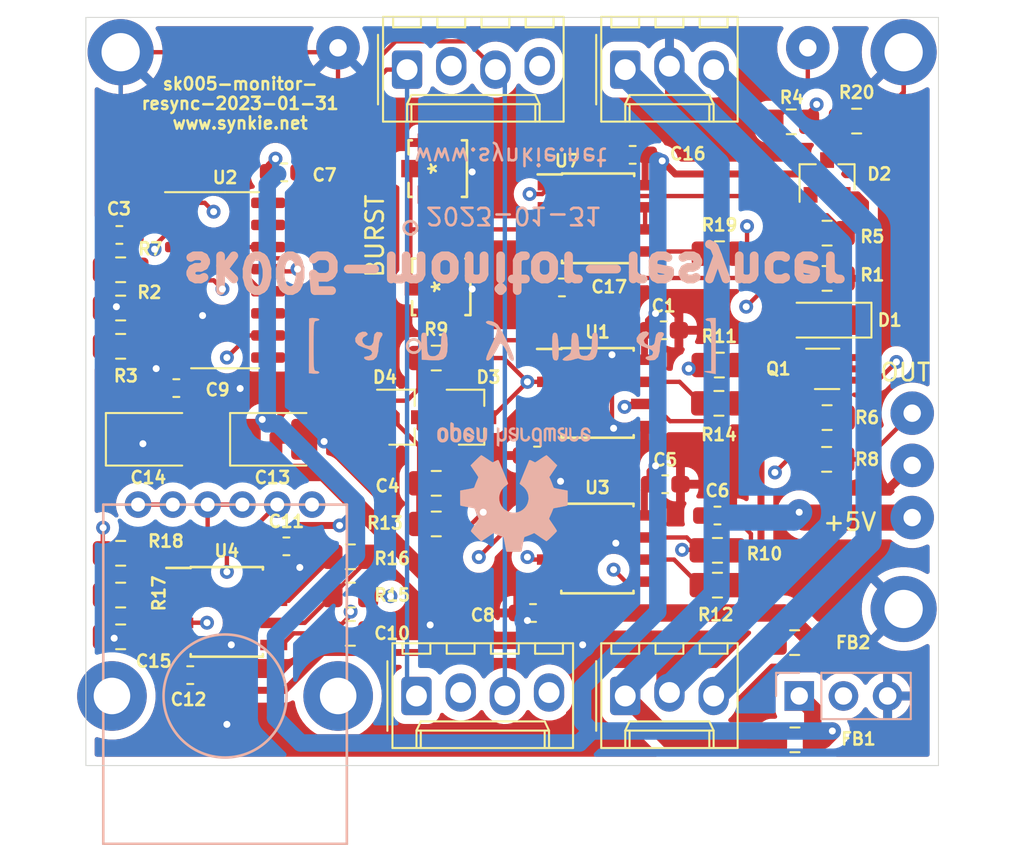
<source format=kicad_pcb>
(kicad_pcb (version 20211014) (generator pcbnew)
  (layers (0 "F.Cu" signal) (1 "In1.Cu" signal) (2 "In2.Cu" signal) (31 "B.Cu" signal) (34 "B.Paste" user) (35 "F.Paste" user) (36 "B.SilkS" user "B.Silkscreen") (37 "F.SilkS" user "F.Silkscreen") (38 "B.Mask" user) (39 "F.Mask" user) (44 "Edge.Cuts" user))
  (net 0 "")
  (net 1 "+5V")
  (net 2 "GND")
  (net 3 "-5V")
  (net 4 "Net-(C3-Pad1)")
  (net 5 "Net-(C4-Pad2)")
  (net 6 "Net-(C4-Pad1)")
  (net 7 "Net-(C6-Pad1)")
  (net 8 "Net-(C10-Pad1)")
  (net 9 "Net-(C15-Pad1)")
  (net 10 "Net-(D1-Pad2)")
  (net 11 "Net-(D2-Pad3)")
  (net 12 "Net-(D3-Pad1)")
  (net 13 "/supply+")
  (net 14 "/supply-")
  (net 15 "Net-(J1-Pad1)")
  (net 16 "Net-(J2-Pad1)")
  (net 17 "hsync")
  (net 18 "porch")
  (net 19 "/local_delayed_burst")
  (net 20 "/pre_delayed_burst")
  (net 21 "Net-(Q1-Pad2)")
  (net 22 "Net-(Q1-Pad4)")
  (net 23 "/synctip")
  (net 24 "Net-(R7-Pad2)")
  (net 25 "Net-(R10-Pad1)")
  (net 26 "Net-(R11-Pad2)")
  (net 27 "Net-(R13-Pad1)")
  (net 28 "Net-(R15-Pad1)")
  (net 29 "Net-(R16-Pad1)")
  (net 30 "Net-(R17-Pad1)")
  (net 31 "/burst_select")
  (net 32 "Net-(U2-Pad12)")
  (net 33 "Net-(U2-Pad14)")
  (net 34 "/clipper_out")
  (net 39 "Net-(R5-Pad2)")
  (net 40 "Net-(R19-Pad1)")
  (net 41 "Net-(J4-Pad1)")
  (footprint "synkie_footprints:C_0603_1608Metric_Pad1.05x0.95mm_HandSolder" (layer "F.Cu") (at 76 92.8)
    (fp_text reference "C12")
    (fp_text value "100n")
  )
  (footprint "synkie_footprints:C_0603_1608Metric_Pad1.05x0.95mm_HandSolder" (layer "F.Cu") (at 71.925 67.504)
    (fp_text reference "C3")
    (fp_text value "120p")
  )
  (footprint "Package_TO_SOT_SMD:SOT-23" (layer "F.Cu") (at 112.6 64.2 90)
    (fp_text reference "D2")
    (fp_text value "BAT54S")
  )
  (footprint "synkie_footprints:SOT-363_SC-70-6_Handsoldering" (layer "F.Cu") (at 112.6 75.2)
    (fp_text reference "Q1")
    (fp_text value "PMBT3906YS")
  )
  (footprint "synkie_footprints:R_0805_2012Metric_Pad1.15x1.40mm_HandSolder" (layer "F.Cu") (at 112.6 70)
    (fp_text reference "R1")
    (fp_text value "120")
  )
  (footprint "synkie_footprints:R_0805_2012Metric_Pad1.15x1.40mm_HandSolder" (layer "F.Cu") (at 112.6 67.4)
    (fp_text reference "R5")
    (fp_text value "75")
  )
  (footprint "synkie_footprints:R_0805_2012Metric_Pad1.15x1.40mm_HandSolder" (layer "F.Cu") (at 112.6 78)
    (fp_text reference "R6")
    (fp_text value "5k6")
  )
  (footprint "synkie_footprints:D_SOT-23_ANK" (layer "F.Cu") (at 88.138 77.978)
    (fp_text reference "D4")
    (fp_text value "BAT54")
  )
  (footprint "synkie_footprints:C_0805_2012Metric_Pad1.15x1.40mm_HandSolder" (layer "F.Cu") (at 90.138 81.778 180)
    (fp_text reference "C4")
    (fp_text value "1n")
  )
  (footprint "synkie_footprints:D_SOT-23_ANK" (layer "F.Cu") (at 92.138 77.978)
    (fp_text reference "D3")
    (fp_text value "BAT54")
  )
  (footprint "synkie_footprints:TE_UMCC_2337019-1" (layer "F.Cu") (at 90.424 70.485 90)
    (fp_text reference "J4" hide)
    (fp_text value "Burst-Thru" hide)
  )
  (footprint "synkie_footprints:TE_UMCC_2337019-1" (layer "F.Cu") (at 90.224 63.689998 90)
    (fp_text reference "J9" hide)
    (fp_text value "Delayed_burst_in" hide)
  )
  (footprint "synkie_footprints:R_0805_2012Metric_Pad1.15x1.40mm_HandSolder" (layer "F.Cu") (at 90.138 74.578)
    (fp_text reference "R9")
    (fp_text value "75")
  )
  (footprint "synkie_footprints:R_0805_2012Metric_Pad1.15x1.40mm_HandSolder" (layer "F.Cu") (at 90.138 84.112 180)
    (fp_text reference "R13")
    (fp_text value "75")
  )
  (footprint "synkie_footprints:C_0603_1608Metric_Pad1.05x0.95mm_HandSolder" (layer "F.Cu") (at 103.208 72.981 180)
    (fp_text reference "C1")
    (fp_text value "100n")
  )
  (footprint "synkie_footprints:C_0603_1608Metric_Pad1.05x0.95mm_HandSolder" (layer "F.Cu") (at 95.933 80.181 180)
    (fp_text reference "C2")
    (fp_text value "100n")
  )
  (footprint "synkie_footprints:C_0603_1608Metric_Pad1.05x0.95mm_HandSolder" (layer "F.Cu") (at 103.299 81.83 180)
    (fp_text reference "C5")
    (fp_text value "100n")
  )
  (footprint "synkie_footprints:C_0603_1608Metric_Pad1.05x0.95mm_HandSolder" (layer "F.Cu") (at 106.299 83.63)
    (fp_text reference "C6")
    (fp_text value "10p")
  )
  (footprint "synkie_footprints:C_0603_1608Metric_Pad1.05x0.95mm_HandSolder" (layer "F.Cu") (at 81.4 63.904 180)
    (fp_text reference "C7")
    (fp_text value "100n")
  )
  (footprint "synkie_footprints:C_0603_1608Metric_Pad1.05x0.95mm_HandSolder" (layer "F.Cu") (at 95.699 89.23 180)
    (fp_text reference "C8")
    (fp_text value "100n")
  )
  (footprint "synkie_footprints:C_0603_1608Metric_Pad1.05x0.95mm_HandSolder" (layer "F.Cu") (at 75.2 76.304 180)
    (fp_text reference "C9")
    (fp_text value "100n")
  )
  (footprint "synkie_footprints:C_0805_2012Metric_Pad1.15x1.40mm_HandSolder" (layer "F.Cu") (at 85.2 90.4)
    (fp_text reference "C10")
    (fp_text value "10p")
  )
  (footprint "synkie_footprints:C_0603_1608Metric_Pad1.05x0.95mm_HandSolder" (layer "F.Cu") (at 81.525 85.4)
    (fp_text reference "C11")
    (fp_text value "100n")
  )
  (footprint "synkie_footprints:CP_EIA-3528-21_Kemet-B_Pad1.50x2.35mm_HandSolder" (layer "F.Cu") (at 80.925 79.248)
    (fp_text reference "C13")
    (fp_text value "10u")
  )
  (footprint "synkie_footprints:CP_EIA-3528-21_Kemet-B_Pad1.50x2.35mm_HandSolder" (layer "F.Cu") (at 73.787 79.248)
    (fp_text reference "C14")
    (fp_text value "10u")
  )
  (footprint "synkie_footprints:C_0805_2012Metric_Pad1.15x1.40mm_HandSolder" (layer "F.Cu") (at 72 90.6 180)
    (fp_text reference "C15")
    (fp_text value "10p")
  )
  (footprint "synkie_footprints:L_0805_2012Metric_Pad1.15x1.40mm_HandSolder" (layer "F.Cu") (at 110.753 96.52)
    (fp_text reference "FB1")
    (fp_text value "330u")
  )
  (footprint "synkie_footprints:L_0805_2012Metric_Pad1.15x1.40mm_HandSolder" (layer "F.Cu") (at 110.735 90.932)
    (fp_text reference "FB2")
    (fp_text value "330u")
  )
  (footprint "MountingHole:MountingHole_2.2mm_M2_DIN965_Pad" (layer "F.Cu") (at 117 57)
    (fp_text reference "H2" hide)
    (fp_text value "MountingHole_Pad")
  )
  (footprint "synkie_footprints:Solderpad_1mm" (layer "F.Cu") (at 112 57)
    (fp_text reference "J1" hide)
    (fp_text value "IN")
  )
  (footprint "synkie_footprints:Solderpad_1mm" (layer "F.Cu") (at 118 78)
    (fp_text reference "J2" hide)
    (fp_text value "OUT")
  )
  (footprint "synkie_footprints:Solderpad_1mm" (layer "F.Cu") (at 85 57)
    (fp_text reference "J5" hide)
    (fp_text value "gnd")
  )
  (footprint "synkie_footprints:Molex_KK-254_AE-6410-03A_1x03_P2.54mm_Vertical" (layer "F.Cu") (at 101 58)
    (fp_text reference "J7" hide)
    (fp_text value "Power")
  )
  (footprint "synkie_footprints:Molex_KK-254_AE-6410-03A_1x03_P2.54mm_Vertical" (layer "F.Cu") (at 101 94)
    (fp_text reference "J11" hide)
    (fp_text value "Power")
  )
  (footprint "synkie_footprints:R_0805_2012Metric_Pad1.15x1.40mm_HandSolder" (layer "F.Cu") (at 72 71.704)
    (fp_text reference "R2")
    (fp_text value "300")
  )
  (footprint "synkie_footprints:R_0805_2012Metric_Pad1.15x1.40mm_HandSolder" (layer "F.Cu") (at 72 73.904)
    (fp_text reference "R3")
    (fp_text value "4k7")
  )
  (footprint "synkie_footprints:R_0805_2012Metric_Pad1.15x1.40mm_HandSolder" (layer "F.Cu") (at 110.543 61 180)
    (fp_text reference "R4")
    (fp_text value "12k")
  )
  (footprint "synkie_footprints:R_0805_2012Metric_Pad1.15x1.40mm_HandSolder" (layer "F.Cu") (at 72 69.504)
    (fp_text reference "R7")
    (fp_text value "120")
  )
  (footprint "synkie_footprints:R_0805_2012Metric_Pad1.15x1.40mm_HandSolder" (layer "F.Cu") (at 112.575 80.4)
    (fp_text reference "R8")
    (fp_text value "75")
  )
  (footprint "synkie_footprints:R_0805_2012Metric_Pad1.15x1.40mm_HandSolder" (layer "F.Cu") (at 106.299 85.63)
    (fp_text reference "R10")
    (fp_text value "220")
  )
  (footprint "synkie_footprints:R_0805_2012Metric_Pad1.15x1.40mm_HandSolder" (layer "F.Cu") (at 106.408 74.981)
    (fp_text reference "R11")
    (fp_text value "330")
  )
  (footprint "synkie_footprints:R_0805_2012Metric_Pad1.15x1.40mm_HandSolder" (layer "F.Cu") (at 106.299 87.63 180)
    (fp_text reference "R12")
    (fp_text value "220")
  )
  (footprint "synkie_footprints:R_0805_2012Metric_Pad1.15x1.40mm_HandSolder" (layer "F.Cu") (at 106.383 77.181)
    (fp_text reference "R14")
    (fp_text value "75")
  )
  (footprint "synkie_footprints:R_0805_2012Metric_Pad1.15x1.40mm_HandSolder" (layer "F.Cu") (at 85.2 88.2)
    (fp_text reference "R15")
    (fp_text value "220")
  )
  (footprint "synkie_footprints:R_0805_2012Metric_Pad1.15x1.40mm_HandSolder" (layer "F.Cu") (at 85.2 86)
    (fp_text reference "R16")
    (fp_text value "220")
  )
  (footprint "synkie_footprints:R_0805_2012Metric_Pad1.15x1.40mm_HandSolder" (layer "F.Cu") (at 72 88.2)
    (fp_text reference "R17")
    (fp_text value "220")
  )
  (footprint "synkie_footprints:R_0805_2012Metric_Pad1.15x1.40mm_HandSolder" (layer "F.Cu") (at 72 85.8)
    (fp_text reference "R18")
    (fp_text value "220")
  )
  (footprint "synkie_footprints:SOIC-8_3.9x4.9mm_P1.27mm" (layer "F.Cu") (at 99.408 76.581)
    (fp_text reference "U1")
    (fp_text value "LMH6643")
  )
  (footprint "Package_SO:SOIC-16_3.9x9.9mm_P1.27mm" (layer "F.Cu") (at 78 70.104)
    (fp_text reference "U2")
    (fp_text value "4053")
  )
  (footprint "synkie_footprints:SOIC-8_3.9x4.9mm_P1.27mm" (layer "F.Cu") (at 99.399 85.525)
    (fp_text reference "U3")
    (fp_text value "LMH6643")
  )
  (footprint "synkie_footprints:SOIC-8_3.9x4.9mm_P1.27mm" (layer "F.Cu") (at 78.1 89.165)
    (fp_text reference "U4")
    (fp_text value "Opamp_Dual_Generic")
  )
  (footprint "synkie_footprints:Molex_KK-254_AE-6410-04A_1x04_P2.54mm_Vertical" (layer "F.Cu") (at 89 94)
    (fp_text reference "J10" hide)
    (fp_text value "SYNC")
  )
  (footprint "synkie_footprints:Molex_KK-254_AE-6410-04A_1x04_P2.54mm_Vertical" (layer "F.Cu") (at 88.46 58)
    (fp_text reference "J6" hide)
    (fp_text value "SYNC")
  )
  (footprint "MountingHole:MountingHole_2.2mm_M2_DIN965_Pad" (layer "F.Cu") (at 72 57)
    (fp_text reference "H1" hide)
    (fp_text value "MountingHole_Pad")
  )
  (footprint "MountingHole:MountingHole_2.2mm_M2_DIN965_Pad" (layer "F.Cu") (at 117 89)
    (fp_text reference "H3" hide)
    (fp_text value "MountingHole_Pad")
  )
  (footprint "synkie_footprints:Solderpad_1mm" (layer "F.Cu") (at 118 84)
    (fp_text reference "J3" hide)
    (fp_text value "5V")
  )
  (footprint "synkie_footprints:Solderpad_1mm" (layer "F.Cu") (at 118 81)
    (fp_text reference "J8" hide)
    (fp_text value "gnd")
  )
  (footprint "Diode_SMD:D_MiniMELF" (layer "F.Cu") (at 112.6 72.4 180)
    (fp_text reference "D1")
    (fp_text value "D")
  )
  (footprint "synkie_footprints:R_0805_2012Metric_Pad1.15x1.40mm_HandSolder" (layer "F.Cu") (at 106.417 68.58)
    (fp_text reference "R19")
    (fp_text value "75")
  )
  (footprint "synkie_footprints:R_0805_2012Metric_Pad1.15x1.40mm_HandSolder" (layer "F.Cu") (at 114.3 60.96)
    (fp_text reference "R20")
    (fp_text value "30k")
  )
  (footprint "synkie_footprints:SOIC-8_3.9x4.9mm_P1.27mm" (layer "F.Cu") (at 99.441 66.548)
    (fp_text reference "U7")
    (fp_text value "LMH6643")
  )
  (footprint "synkie_footprints:C_0603_1608Metric_Pad1.05x0.95mm_HandSolder" (layer "F.Cu") (at 101.425 62.9)
    (fp_text reference "C16")
    (fp_text value "100n")
  )
  (footprint "synkie_footprints:C_0603_1608Metric_Pad1.05x0.95mm_HandSolder" (layer "F.Cu") (at 97.361 70.52)
    (fp_text reference "C17")
    (fp_text value "100n")
  )
  (footprint "synkie_footprints:RK12L123" (layer "B.Cu") (at 78 83)
    (fp_text reference "RV1" hide)
    (fp_text value "R_POT_Dual")
  )
  (footprint "anyma_footprints:logo_anyma" (layer "B.Cu") (at 94.6 73.8)
    (fp_text reference "U5" hide)
    (fp_text value "LOGO" hide)
  )
  (footprint "Symbol:OSHW-Logo2_9.8x8mm_SilkScreen" (layer "B.Cu") (at 94.6 82)
    (fp_text reference "U6" hide)
    (fp_text value "LOGO" hide)
  )
  (footprint "synkie_footprints:PinHeader_1x03_P2.54mm_Vertical" (layer "B.Cu") (at 111 94 -90)
    (fp_text reference "SW1" hide)
    (fp_text value "SW_SPDT")
  )
  (gr_line (start 70 98) (end 70 55) (layer "Edge.Cuts") (width 0.05))
  (gr_line (start 70 55) (end 119 55) (layer "Edge.Cuts") (width 0.05))
  (gr_line (start 119 98) (end 70 98) (layer "Edge.Cuts") (width 0.05))
  (gr_line (start 119 55) (end 119 98) (layer "Edge.Cuts") (width 0.05))
  (gr_text "sk005-monitor-resyncer" (at 94.6 69.6 180) (layer "B.SilkS") (effects (font (size 2 2) (thickness 0.5)) (justify mirror)))
  (gr_text "www.synkie.net" (at 94.4 63 180) (layer "B.SilkS") (effects (font (size 1 1)) (justify mirror)))
  (gr_text "2023-01-31" (at 94.6 66.4 180) (layer "B.SilkS") (effects (font (size 1 1)) (justify mirror)))
  (gr_text "OUT" (at 117.1 75.4) (layer "F.SilkS") (effects (font (size 1 1))))
  (gr_text "+5V" (at 113.9 84) (layer "F.SilkS") (effects (font (size 1 1))))
  (gr_text "BURST" (at 86.614 67.564 90) (layer "F.SilkS") (effects (font (size 1 1))))
  (gr_text "sk005-monitor-\nresync-2023-01-31\nwww.synkie.net" (at 78.867 59.944) (layer "F.SilkS") (effects (font (size 0.7 0.7))))
  (segment (start 81.849 84.201) (end 84.582 84.201) (width 0.4) (layer "F.Cu") (net 1))
  (segment (start 80.475 65.659) (end 80.475 63.954) (width 0.4) (layer "F.Cu") (net 1))
  (segment (start 114.349 65.2) (end 114.808 65.659) (width 0.4) (layer "F.Cu") (net 1))
  (segment (start 102.778 62.9) (end 103.124 63.246) (width 0.4) (layer "F.Cu") (net 1))
  (segment (start 111.778 94.778) (end 111 94) (width 1) (layer "F.Cu") (net 1))
  (segment (start 111.85 64.049511) (end 111.800489 64) (width 0.4) (layer "F.Cu") (net 1))
  (segment (start 79.3 78.942) (end 80.137 78.105) (width 0.25) (layer "F.Cu") (net 1))
  (segment (start 102.108 74.676) (end 102.108 73.206) (width 0.4) (layer "F.Cu") (net 1))
  (segment (start 102.424 81.091) (end 102.743 80.772) (width 0.4) (layer "F.Cu") (net 1))
  (segment (start 111.800489 64) (end 103.878 64) (width 0.4) (layer "F.Cu") (net 1))
  (segment (start 102.3 62.9) (end 102.778 62.9) (width 0.4) (layer "F.Cu") (net 1))
  (segment (start 114.808 65.659) (end 114.808 69.723) (width 0.4) (layer "F.Cu") (net 1))
  (segment (start 80.65 85.4) (end 81.849 84.201) (width 0.4) (layer "F.Cu") (net 1))
  (segment (start 102.333 72.981) (end 102.333 72.419) (width 0.4) (layer "F.Cu") (net 1))
  (segment (start 103.878 64) (end 103.124 63.246) (width 0.4) (layer "F.Cu") (net 1))
  (segment (start 113.55 65.2) (end 112.399511 64.049511) (width 0.4) (layer "F.Cu") (net 1))
  (segment (start 111.778 96.52) (end 112.395 96.52) (width 1) (layer "F.Cu") (net 1))
  (segment (start 102.141 64.643) (end 102.141 63.059) (width 0.4) (layer "F.Cu") (net 1))
  (segment (start 114.531 70) (end 113.625 70) (width 0.4) (layer "F.Cu") (net 1))
  (segment (start 80.525 63.904) (end 80.525 63.493) (width 0.4) (layer "F.Cu") (net 1))
  (segment (start 112.399511 64.049511) (end 111.85 64.049511) (width 0.4) (layer "F.Cu") (net 1))
  (segment (start 102.424 81.83) (end 102.424 81.091) (width 0.4) (layer "F.Cu") (net 1))
  (segment (start 111.778 96.52) (end 111.778 94.778) (width 1) (layer "F.Cu") (net 1))
  (segment (start 102.099 82.155) (end 102.424 81.83) (width 0.4) (layer "F.Cu") (net 1))
  (segment (start 113.55 65.2) (end 114.349 65.2) (width 0.4) (layer "F.Cu") (net 1))
  (segment (start 102.099 83.62) (end 102.099 82.155) (width 0.4) (layer "F.Cu") (net 1))
  (segment (start 80.525 63.493) (end 80.899 63.119) (width 0.4) (layer "F.Cu") (net 1))
  (segment (start 102.333 72.419) (end 102.738701 72.013299) (width 0.4) (layer "F.Cu") (net 1))
  (segment (start 114.808 69.723) (end 114.531 70) (width 0.4) (layer "F.Cu") (net 1))
  (segment (start 112.395 96.52) (end 112.903 96.012) (width 1) (layer "F.Cu") (net 1))
  (segment (start 80.8 87.26) (end 80.8 85.55) (width 0.4) (layer "F.Cu") (net 1))
  (via (at 84.582 84.201) (size 0.8) (drill 0.4) (layers "F.Cu" "B.Cu") (net 1))
  (via (at 80.899 63.119) (size 0.8) (drill 0.4) (layers "F.Cu" "B.Cu") (net 1))
  (via (at 102.738701 72.013299) (size 0.8) (drill 0.4) (layers "F.Cu" "B.Cu") (net 1))
  (via (at 80.137 78.105) (size 0.8) (drill 0.4) (layers "F.Cu" "B.Cu") (net 1))
  (via (at 112.903 96.012) (size 0.8) (drill 0.4) (layers "F.Cu" "B.Cu") (net 1))
  (via (at 102.743 80.772) (size 0.8) (drill 0.4) (layers "F.Cu" "B.Cu") (net 1))
  (via (at 103.124 63.246) (size 0.8) (drill 0.4) (layers "F.Cu" "B.Cu") (net 1))
  (segment (start 80.42589 64.60811) (end 81.026 64.008) (width 1) (layer "B.Cu") (net 1))
  (segment (start 99.06 96.012) (end 98.552 95.504) (width 1) (layer "B.Cu") (net 1))
  (segment (start 80.899 63.119) (end 80.899 63.881) (width 0.4) (layer "B.Cu") (net 1))
  (segment (start 82.348511 96.699511) (end 80.899 95.25) (width 1) (layer "B.Cu") (net 1))
  (segment (start 80.899 95.25) (end 80.899 90.551) (width 1) (layer "B.Cu") (net 1))
  (segment (start 98.552 95.504) (end 98.552 93.472) (width 1) (layer "B.Cu") (net 1))
  (segment (start 102.738701 72.639701) (end 102.738701 72.013299) (width 0.4) (layer "B.Cu") (net 1))
  (segment (start 102.87 72.771) (end 102.738701 72.639701) (width 0.4) (layer "B.Cu") (net 1))
  (segment (start 85.551945 85.898055) (end 85.551945 83.485055) (width 1) (layer "B.Cu") (net 1))
  (segment (start 85.297945 83.485055) (end 85.551945 83.485055) (width 0.4) (layer "B.Cu") (net 1))
  (segment (start 85.551945 83.485055) (end 85.551945 82.884945) (width 1) (layer "B.Cu") (net 1))
  (segment (start 102.743 81.407) (end 102.87 81.534) (width 0.4) (layer "B.Cu") (net 1))
  (segment (start 99.06 96.012) (end 98.372489 96.699511) (width 1) (layer "B.Cu") (net 1))
  (segment (start 85.551945 82.884945) (end 81.026 78.359) (width 1) (layer "B.Cu") (net 1))
  (segment (start 102.87 81.534) (end 102.87 72.771) (width 1) (layer "B.Cu") (net 1))
  (segment (start 102.87 72.771) (end 102.87 63.246) (width 1) (layer "B.Cu") (net 1))
  (segment (start 84.582 84.201) (end 85.297945 83.485055) (width 0.4) (layer "B.Cu") (net 1))
  (segment (start 81.026 78.359) (end 80.42589 78.359) (width 1) (layer "B.Cu") (net 1))
  (segment (start 80.899 90.551) (end 85.551945 85.898055) (width 1) (layer "B.Cu") (net 1))
  (segment (start 112.903 96.012) (end 99.06 96.012) (width 1) (layer "B.Cu") (net 1))
  (segment (start 80.42589 78.359) (end 80.42589 64.60811) (width 1) (layer "B.Cu") (net 1))
  (segment (start 103.124 63.246) (end 102.87 63.246) (width 0.4) (layer "B.Cu") (net 1))
  (segment (start 98.372489 96.699511) (end 82.348511 96.699511) (width 1) (layer "B.Cu") (net 1))
  (segment (start 80.137 78.105) (end 80.17189 78.105) (width 0.25) (layer "B.Cu") (net 1))
  (segment (start 98.552 93.472) (end 102.87 89.154) (width 1) (layer "B.Cu") (net 1))
  (segment (start 80.899 63.881) (end 81.026 64.008) (width 0.4) (layer "B.Cu") (net 1))
  (segment (start 102.743 80.772) (end 102.743 81.407) (width 0.4) (layer "B.Cu") (net 1))
  (segment (start 80.17189 78.105) (end 80.42589 78.359) (width 0.25) (layer "B.Cu") (net 1))
  (segment (start 102.87 89.154) (end 102.87 81.534) (width 1) (layer "B.Cu") (net 1))
  (segment (start 115.325 60.96) (end 117 59.285) (width 0.25) (layer "F.Cu") (net 2))
  (segment (start 100.33 85.09) (end 100.457 85.217) (width 0.25) (layer "F.Cu") (net 2))
  (segment (start 104.083 72.981) (end 104.083 72.333) (width 0.25) (layer "F.Cu") (net 2))
  (segment (start 103.54 91.2) (end 103.526 91.186) (width 1.5) (layer "F.Cu") (net 2))
  (segment (start 90.374601 70.181601) (end 90.374601 68.987499) (width 0.25) (layer "F.Cu") (net 2))
  (segment (start 92.202 70.612) (end 90.805 70.612) (width 0.25) (layer "F.Cu") (net 2))
  (segment (start 72 66.704) (end 72 57) (width 0.25) (layer "F.Cu") (net 2))
  (segment (start 107.174 83.63) (end 108.22352 84.67952) (width 0.25) (layer "F.Cu") (net 2))
  (segment (start 71.55 90.6) (end 71.628 90.678) (width 0.25) (layer "F.Cu") (net 2))
  (segment (start 98.552 94.165507) (end 98.552 91.059) (width 0.25) (layer "F.Cu") (net 2))
  (segment (start 90.174601 63.758601) (end 92.079601 63.758601) (width 0.25) (layer "F.Cu") (net 2))
  (segment (start 95.377 89.662) (end 95.256 89.662) (width 0.25) (layer "F.Cu") (net 2))
  (segment (start 78.798511 96.324511) (end 97.721511 96.324511) (width 0.25) (layer "F.Cu") (net 2))
  (segment (start 82.275 63.904) (end 84.492 61.687) (width 0.25) (layer "F.Cu") (net 2))
  (segment (start 82.55 79.248) (end 83.566 79.248) (width 0.25) (layer "F.Cu") (net 2))
  (segment (start 70.975 71.704) (end 71.679 71.704) (width 0.25) (layer "F.Cu") (net 2))
  (segment (start 102.27 70.52) (end 100.238 70.52) (width 0.25) (layer "F.Cu") (net 2))
  (segment (start 76.875 92.543) (end 78.359 91.059) (width 0.25) (layer "F.Cu") (net 2))
  (segment (start 104.083 72.333) (end 102.27 70.52) (width 0.25) (layer "F.Cu") (net 2))
  (segment (start 96.538 81.661) (end 97.282 81.661) (width 0.25) (layer "F.Cu") (net 2))
  (segment (start 90.805 70.612) (end 90.374601 70.181601) (width 0.25) (layer "F.Cu") (net 2))
  (segment (start 83.566 79.248) (end 83.693 79.375) (width 0.25) (layer "F.Cu") (net 2))
  (segment (start 80.899 76.327) (end 78.867 76.327) (width 0.25) (layer "F.Cu") (net 2))
  (segment (start 100.4 78.486) (end 102.108 78.486) (width 0.25) (layer "F.Cu") (net 2))
  (segment (start 75.525 74.549) (end 75.525 75.104) (width 0.25) (layer "F.Cu") (net 2))
  (segment (start 103.54 93.8) (end 103.54 91.2) (width 1.5) (layer "F.Cu") (net 2))
  (segment (start 70.975 90.6) (end 71.55 90.6) (width 0.25) (layer "F.Cu") (net 2))
  (segment (start 82.55 79.248) (end 82.55 77.978) (width 0.25) (layer "F.Cu") (net 2))
  (segment (start 82.4 85.4) (end 82.4 86.51) (width 0.25) (layer "F.Cu") (net 2))
  (segment (start 98.679 91.186) (end 98.552 91.059) (width 1.5) (layer "F.Cu") (net 2))
  (segment (start 74.676 74.549) (end 74.041 75.184) (width 0.25) (layer "F.Cu") (net 2))
  (segment (start 100.238 70.52) (end 98.236 70.52) (width 0.25) (layer "F.Cu") (net 2))
  (segment (start 82.4 86.51) (end 82.296 86.614) (width 0.25) (layer "F.Cu") (net 2))
  (segment (start 95.058 78.391) (end 95.058 80.181) (width 0.25) (layer "F.Cu") (net 2))
  (segment (start 90.174601 62.192497) (end 90.174601 63.758601) (width 0.25) (layer "F.Cu") (net 2))
  (segment (start 73.025 79.248) (end 73.279 79.502) (width 0.25) (layer "F.Cu") (net 2))
  (segment (start 90.374601 71.982501) (end 90.374601 68.987499) (width 0.25) (layer "F.Cu") (net 2))
  (segment (start 117 59.285) (end 117 57) (width 0.25) (layer "F.Cu") (net 2))
  (segment (start 115.687 72.4) (end 117 71.087) (width 0.25) (layer "F.Cu") (net 2))
  (segment (start 95.058 80.181) (end 96.538 81.661) (width 0.25) (layer "F.Cu") (net 2))
  (segment (start 76.708 72.136) (end 75.652 72.136) (width 0.25) (layer "F.Cu") (net 2))
  (segment (start 75.525 75.104) (end 74.325 76.304) (width 0.25) (layer "F.Cu") (net 2))
  (segment (start 72.162 79.248) (end 74.325 77.085) (width 0.25) (layer "F.Cu") (net 2))
  (segment (start 100.238 70.52) (end 100.238 74.387) (width 0.25) (layer "F.Cu") (net 2))
  (segment (start 71.679 71.704) (end 71.755 71.628) (width 0.25) (layer "F.Cu") (net 2))
  (segment (start 114.35 72.4) (end 115.687 72.4) (width 0.25) (layer "F.Cu") (net 2))
  (segment (start 95.256 89.662) (end 94.824 89.23) (width 0.25) (layer "F.Cu") (net 2))
  (segment (start 102.108 78.486) (end 104.174 80.552) (width 0.25) (layer "F.Cu") (net 2))
  (segment (start 96.233 77.216) (end 95.058 78.391) (width 0.25) (layer "F.Cu") (net 2))
  (segment (start 104.174 80.552) (end 104.174 81.83) (width 0.25) (layer "F.Cu") (net 2))
  (segment (start 72 57) (end 84.238 57) (width 0.25) (layer "F.Cu") (net 2))
  (segment (start 100.33 78.613) (end 101.981 78.613) (width 0.25) (layer "F.Cu") (net 2))
  (segment (start 108.22352 84.67952) (end 108.22352 86.73048) (width 0.25) (layer "F.Cu") (net 2))
  (segment (start 72.8 67.504) (end 72 66.704) (width 0.25) (layer "F.Cu") (net 2))
  (segment (start 100.33 78.613) (end 100.33 85.09) (width 0.25) (layer "F.Cu") (net 2))
  (segment (start 89.305 90.4) (end 89.789 89.916) (width 0.25) (layer "F.Cu") (net 2))
  (segment (start 78.105 95.631) (end 78.798511 96.324511) (width 0.25) (layer "F.Cu") (net 2))
  (segment (start 97.721511 94.995996) (end 98.552 94.165507) (width 0.25) (layer "F.Cu") (net 2))
  (segment (start 72.162 79.248) (end 73.025 79.248) (width 0.25) (layer "F.Cu") (net 2))
  (segment (start 86.225 90.4) (end 89.305 90.4) (width 0.25) (layer "F.Cu") (net 2))
  (segment (start 82.55 77.978) (end 80.899 76.327) (width 0.25) (layer "F.Cu") (net 2))
  (segment (start 92.079601 63.758601) (end 92.202 63.881) (width 0.25) (layer "F.Cu") (net 2))
  (segment (start 100.238 74.387) (end 100.238 78.324) (width 0.25) (layer "F.Cu") (net 2))
  (segment (start 108.22352 86.73048) (end 107.324 87.63) (width 0.25) (layer "F.Cu") (net 2))
  (segment (start 103.526 91.186) (end 98.679 91.186) (width 1.5) (layer "F.Cu") (net 2))
  (segment (start 105.374 81.83) (end 107.174 83.63) (width 0.25) (layer "F.Cu") (net 2))
  (segment (start 97.721511 96.324511) (end 97.721511 94.995996) (width 0.25) (layer "F.Cu") (net 2))
  (segment (start 100.238 78.324) (end 100.4 78.486) (width 0.25) (layer "F.Cu") (net 2))
  (segment (start 84.492 61.687) (end 84.492 56.746) (width 0.25) (layer "F.Cu") (net 2))
  (segment (start 74.325 77.085) (end 74.325 76.304) (width 0.25) (layer "F.Cu") (net 2))
  (segment (start 104.174 81.83) (end 105.374 81.83) (width 0.25) (layer "F.Cu") (net 2))
  (segment (start 90.174601 63.758601) (end 90.174601 65.187499) (width 0.25) (layer "F.Cu") (net 2))
  (segment (start 117 71.087) (end 117 57) (width 0.25) (layer "F.Cu") (net 2))
  (via (at 83.693 79.375) (size 0.8) (drill 0.4) (layers "F.Cu" "B.Cu") (net 2))
  (via (at 74.041 75.184) (size 0.8) (drill 0.4) (layers "F.Cu" "B.Cu") (net 2))
  (via (at 78.359 91.059) (size 0.8) (drill 0.4) (layers "F.Cu" "B.Cu") (net 2))
  (via (at 95.377 89.662) (size 0.8) (drill 0.4) (layers "F.Cu" "B.Cu") (net 2))
  (via (at 92.202 70.612) (size 0.8) (drill 0.4) (layers "F.Cu" "B.Cu") (net 2))
  (via (at 100.238 74.387) (size 0.8) (drill 0.4) (layers "F.Cu" "B.Cu") (net 2))
  (via (at 76.708 72.136) (size 0.8) (drill 0.4) (layers "F.Cu" "B.Cu") (net 2))
  (via (at 100.33 78.613) (size 0.8) (drill 0.4) (layers "F.Cu" "B.Cu") (net 2))
  (via (at 97.282 81.661) (size 0.8) (drill 0.4) (layers "F.Cu" "B.Cu") (net 2))
  (via (at 89.789 89.916) (size 0.8) (drill 0.4) (layers "F.Cu" "B.Cu") (net 2))
  (via (at 71.628 90.678) (size 0.8) (drill 0.4) (layers "F.Cu" "B.Cu") (net 2))
  (via (at 82.296 86.614) (size 0.8) (drill 0.4) (layers "F.Cu" "B.Cu") (net 2))
  (via (at 71.755 71.628) (size 0.8) (drill 0.4) (layers "F.Cu" "B.Cu") (net 2))
  (via (at 98.552 91.059) (size 0.8) (drill 0.4) (layers "F.Cu" "B.Cu") (net 2))
  (via (at 78.105 95.631) (size 0.8) (drill 0.4) (layers "F.Cu" "B.Cu") (net 2))
  (via (at 73.279 79.502) (size 0.8) (drill 0.4) (layers "F.Cu" "B.Cu") (net 2))
  (via (at 100.457 85.217) (size 0.8) (drill 0.4) (layers "F.Cu" "B.Cu") (net 2))
  (via (at 78.867 76.327) (size 0.8) (drill 0.4) (layers "F.Cu" "B.Cu") (net 2))
  (via (at 92.202 63.881) (size 0.8) (drill 0.4) (layers "F.Cu" "B.Cu") (net 2))
  (segment (start 78.359 95.377) (end 78.105 95.631) (width 0.25) (layer "B.Cu") (net 2))
  (segment (start 103.54 58.337528) (end 113.285007 68.082535) (width 1.5) (layer "B.Cu") (net 2))
  (segment (start 91.821 70.612) (end 92.202 70.612) (width 0.25) (layer "B.Cu") (net 2))
  (segment (start 74.041 78.74) (end 74.041 75.184) (width 0.25) (layer "B.Cu") (net 2))
  (segment (start 73.279 79.502) (end 74.041 78.74) (width 0.25) (layer "B.Cu") (net 2))
  (segment (start 96.012 89.662) (end 95.377 89.662) (width 0.25) (layer "B.Cu") (net 2))
  (segment (start 78.359 91.059) (end 78.359 95.377) (width 0.25) (layer "B.Cu") (net 2))
  (segment (start 78.867 76.327) (end 75.184 76.327) (width 0.25) (layer "B.Cu") (net 2))
  (segment (start 100.457 85.217) (end 96.012 89.662) (width 0.25) (layer "B.Cu") (net 2))
  (segment (start 103.54 57.8) (end 103.54 58.337528) (width 1.5) (layer "B.Cu") (net 2))
  (segment (start 76.2 71.628) (end 76.708 72.136) (width 0.25) (layer "B.Cu") (net 2))
  (segment (start 113.285007 83.824993) (end 103.54 93.57) (width 1.5) (layer "B.Cu") (net 2))
  (segment (start 92.202 63.881) (end 92.202 70.612) (width 0.25) (layer "B.Cu") (net 2))
  (segment (start 71.755 71.628) (end 73.914 71.628) (width 0.25) (layer "B.Cu") (net 2))
  (segment (start 73.914 71.628) (end 76.2 71.628) (width 0.25) (layer "B.Cu") (net 2))
  (segment (start 97.282 81.661) (end 100.33 78.613) (width 0.25) (layer "B.Cu") (net 2))
  (segment (start 82.296 86.614) (end 78.105 90.805) (width 0.25) (layer "B.Cu") (net 2))
  (segment (start 75.184 76.327) (end 74.041 75.184) (width 0.25) (layer "B.Cu") (net 2))
  (segment (start 77.978 90.678) (end 78.359 91.059) (width 0.25) (layer "B.Cu") (net 2))
  (segment (start 72 71.383) (end 72 57) (width 0.25) (layer "B.Cu") (net 2))
  (segment (start 90.805 71.628) (end 91.821 70.612) (width 0.25) (layer "B.Cu") (net 2))
  (segment (start 71.628 90.678) (end 77.978 90.678) (width 0.25) (layer "B.Cu") (net 2))
  (segment (start 71.755 71.628) (end 72 71.383) (width 0.25) (layer "B.Cu") (net 2))
  (segment (start 74.041 71.755) (end 73.914 71.628) (width 0.25) (layer "B.Cu") (net 2))
  (segment (start 74.041 75.184) (end 74.041 71.755) (width 0.25) (layer "B.Cu") (net 2))
  (segment (start 98.552 91.059) (end 96.774 91.059) (width 1.5) (layer "B.Cu") (net 2))
  (segment (start 113.285007 68.082535) (end 113.285007 83.824993) (width 1.5) (layer "B.Cu") (net 2))
  (segment (start 78.105 90.805) (end 78.105 95.631) (width 0.25) (layer "B.Cu") (net 2))
  (segment (start 90.805 88.9) (end 90.805 71.628) (width 0.25) (layer "B.Cu") (net 2))
  (segment (start 96.774 91.059) (end 95.377 89.662) (width 1.5) (layer "B.Cu") (net 2))
  (segment (start 89.789 89.916) (end 90.805 88.9) (width 0.25) (layer "B.Cu") (net 2))
  (segment (start 108.801499 80.047501) (end 108.801499 88.481499) (width 0.4) (layer "F.Cu") (net 3))
  (segment (start 110.849 78) (end 108.801499 80.047501) (width 0.4) (layer "F.Cu") (net 3))
  (segment (start 96.741 68.453) (end 96.741 70.265) (width 0.4) (layer "F.Cu") (net 3))
  (segment (start 110.125824 89.23) (end 109.55 89.23) (width 1) (layer "F.Cu") (net 3))
  (segment (start 96.708 78.486) (end 96.708 80.081) (width 0.4) (layer "F.Cu") (net 3))
  (segment (start 75.99952 93.67452) (end 81.432058 93.67452) (width 0.4) (layer "F.Cu") (net 3))
  (segment (start 76.007138 73.279) (end 76.89952 74.171382) (width 0.4) (layer "F.Cu") (net 3))
  (segment (start 83.607058 91.49952) (end 92.65048 91.49952) (width 0.4) (layer "F.Cu") (net 3))
  (segment (start 100.401489 65.267511) (end 97.216 68.453) (width 0.25) (layer "F.Cu") (net 3))
  (segment (start 75.4 92.525) (end 75.125 92.8) (width 0.4) (layer "F.Cu") (net 3))
  (segment (start 111.582489 65.267511) (end 100.401489 65.267511) (width 0.25) (layer "F.Cu") (net 3))
  (segment (start 98.755 89.23) (end 98.755 80.061) (width 1) (layer "F.Cu") (net 3))
  (segment (start 93.345 90.805) (end 83.693 81.153) (width 1) (layer "F.Cu") (net 3))
  (segment (start 76.075 78.585) (end 76.075 76.304) (width 1) (layer "F.Cu") (net 3))
  (segment (start 76.89952 74.171382) (end 76.89952 75.47948) (width 0.4) (layer "F.Cu") (net 3))
  (segment (start 75.412 79.248) (end 76.075 78.585) (width 1) (layer "F.Cu") (net 3))
  (segment (start 83.693 81.153) (end 75.565 81.153) (width 1) (layer "F.Cu") (net 3))
  (segment (start 92.65048 91.49952) (end 93.345 90.805) (width 0.4) (layer "F.Cu") (net 3))
  (segment (start 96.808 80.181) (end 98.635 80.181) (width 0.4) (layer "F.Cu") (net 3))
  (segment (start 98.755 89.23) (end 96.574 89.23) (width 1) (layer "F.Cu") (net 3))
  (segment (start 111.575 78) (end 110.849 78) (width 0.4) (layer "F.Cu") (net 3))
  (segment (start 73.65 73.279) (end 73.025 73.904) (width 0.4) (layer "F.Cu") (net 3))
  (segment (start 111.27 75.85) (end 111.27 77.695) (width 0.4) (layer "F.Cu") (net 3))
  (segment (start 96.699 87.43) (end 96.699 89.105) (width 0.4) (layer "F.Cu") (net 3))
  (segment (start 75.565 81.153) (end 75.412 81) (width 1) (layer "F.Cu") (net 3))
  (segment (start 98.755 80.061) (end 98.74349 80.04949) (width 1) (layer "F.Cu") (net 3))
  (segment (start 75.4 91.07) (end 75.4 92.525) (width 0.4) (layer "F.Cu") (net 3))
  (segment (start 98.74349 73.47049) (end 96.486 71.213) (width 1) (layer "F.Cu") (net 3))
  (segment (start 96.486 71.213) (end 96.486 70.52) (width 1) (layer "F.Cu") (net 3))
  (segment (start 111.76 90.864176) (end 110.125824 89.23) (width 1) (layer "F.Cu") (net 3))
  (segment (start 98.74349 80.04949) (end 98.74349 73.47049) (width 1) (layer "F.Cu") (net 3))
  (segment (start 109.55 89.23) (end 98.755 89.23) (width 1) (layer "F.Cu") (net 3))
  (segment (start 96.574 89.23) (end 96.574 90.624) (width 1) (layer "F.Cu") (net 3))
  (segment (start 75.125 92.8) (end 75.99952 93.67452) (width 0.4) (layer "F.Cu") (net 3))
  (segment (start 76.89952 75.47948) (end 76.075 76.304) (width 0.4) (layer "F.Cu") (net 3))
  (segment (start 81.432058 93.67452) (end 83.607058 91.49952) (width 0.4) (layer "F.Cu") (net 3))
  (segment (start 108.801499 88.481499) (end 109.55 89.23) (width 0.4) (layer "F.Cu") (net 3))
  (segment (start 96.393 90.805) (end 93.345 90.805) (width 1) (layer "F.Cu") (net 3))
  (segment (start 75.412 81) (end 75.412 79.248) (width 1) (layer "F.Cu") (net 3))
  (segment (start 98.635 80.181) (end 98.755 80.061) (width 0.4) (layer "F.Cu") (net 3))
  (segment (start 96.574 90.624) (end 96.393 90.805) (width 1) (layer "F.Cu") (net 3))
  (segment (start 75.525 73.279) (end 73.65 73.279) (width 0.4) (layer "F.Cu") (net 3))
  (segment (start 77.35348 70.11448) (end 77.851 70.612) (width 0.25) (layer "F.Cu") (net 4))
  (segment (start 71.05 67.504) (end 71.05 69.429) (width 0.25) (layer "F.Cu") (net 4))
  (segment (start 101.019 87.43) (end 100.33 86.741) (width 0.25) (layer "F.Cu") (net 4))
  (segment (start 74.15752 70.11448) (end 77.35348 70.11448) (width 0.25) (layer "F.Cu") (net 4))
  (segment (start 73.74348 70.52852) (end 74.15752 70.11448) (width 0.25) (layer "F.Cu") (net 4))
  (segment (start 71.99952 70.52852) (end 73.74348 70.52852) (width 0.25) (layer "F.Cu") (net 4))
  (segment (start 70.975 69.504) (end 71.99952 70.52852) (width 0.25) (layer "F.Cu") (net 4))
  (segment (start 102.099 87.43) (end 101.019 87.43) (width 0.25) (layer "F.Cu") (net 4))
  (via (at 100.33 86.741) (size 0.8) (drill 0.4) (layers "F.Cu" "B.Cu") (net 4))
  (via (at 77.851 70.612) (size 0.8) (drill 0.4) (layers "F.Cu" "B.Cu") (net 4))
  (segment (start 87.138 77.028) (end 87.912511 77.802511) (width 0.25) (layer "F.Cu") (net 5))
  (segment (start 89.154 79.629) (end 89.154 81.737) (width 0.25) (layer "F.Cu") (net 5))
  (segment (start 89.113 84.112) (end 89.113 81.778) (width 0.25) (layer "F.Cu") (net 5))
  (segment (start 87.912511 77.802511) (end 87.912511 78.387511) (width 0.25) (layer "F.Cu") (net 5))
  (segment (start 88.453 77.028) (end 87.138 77.028) (width 0.25) (layer "F.Cu") (net 5))
  (segment (start 89.113 75.053) (end 89.113 76.368) (width 0.25) (layer "F.Cu") (net 5))
  (segment (start 87.912511 78.387511) (end 89.154 79.629) (width 0.25) (layer "F.Cu") (net 5))
  (segment (start 89.113 76.368) (end 88.453 77.028) (width 0.25) (layer "F.Cu") (net 5))
  (segment (start 90.088 74.065507) (end 90.088 77.028) (width 0.25) (layer "F.Cu") (net 6))
  (segment (start 91.163 80.653) (end 89.138 78.628) (width 0.25) (layer "F.Cu") (net 6))
  (segment (start 90.600027 73.55348) (end 90.088 74.065507) (width 0.25) (layer "F.Cu") (net 6))
  (segment (start 91.163 81.778) (end 91.163 80.653) (width 0.25) (layer "F.Cu") (net 6))
  (segment (start 96.708 74.676) (end 95.58548 73.55348) (width 0.25) (layer "F.Cu") (net 6))
  (segment (start 89.138 78.628) (end 89.138 77.978) (width 0.25) (layer "F.Cu") (net 6))
  (segment (start 95.58548 73.55348) (end 90.600027 73.55348) (width 0.25) (layer "F.Cu") (net 6))
  (segment (start 90.088 77.028) (end 89.138 77.978) (width 0.25) (layer "F.Cu") (net 6))
  (segment (start 91.138 77.028) (end 90.088 77.028) (width 0.25) (layer "F.Cu") (net 6))
  (segment (start 103.804 86.16) (end 105.274 87.63) (width 0.25) (layer "F.Cu") (net 7))
  (segment (start 105.324 87.63) (end 107.324 85.63) (width 0.25) (layer "F.Cu") (net 7))
  (segment (start 102.099 86.16) (end 103.804 86.16) (width 0.25) (layer "F.Cu") (net 7))
  (segment (start 105.424 83.73) (end 107.324 85.63) (width 0.25) (layer "F.Cu") (net 7))
  (segment (start 84.175 90.4) (end 81.945 90.4) (width 0.25) (layer "F.Cu") (net 8))
  (segment (start 81.945 90.4) (end 81.275 91.07) (width 0.25) (layer "F.Cu") (net 8))
  (segment (start 85.216457 89.358543) (end 84.175 90.4) (width 0.25) (layer "F.Cu") (net 8))
  (segment (start 85.216457 89.154401) (end 85.216457 89.358543) (width 0.25) (layer "F.Cu") (net 8))
  (via (at 85.216457 89.154401) (size 0.8) (drill 0.4) (layers "F.Cu" "B.Cu") (net 8))
  (segment (start 81 83) (end 78.105 85.895) (width 0.25) (layer "F.Cu") (net 9))
  (segment (start 76.962 89.789) (end 75.411 89.789) (width 0.25) (layer "F.Cu") (net 9))
  (segment (start 78.105 85.895) (end 78.105 86.868) (width 0.25) (layer "F.Cu") (net 9))
  (segment (start 73.025 90.6) (end 73.825 89.8) (width 0.25) (layer "F.Cu") (net 9))
  (segment (start 73.825 89.8) (end 75.4 89.8) (width 0.25) (layer "F.Cu") (net 9))
  (via (at 76.962 89.789) (size 0.8) (drill 0.4) (layers "F.Cu" "B.Cu") (net 9))
  (via (at 78.105 86.868) (size 0.8) (drill 0.4) (layers "F.Cu" "B.Cu") (net 9))
  (segment (start 111.575 70) (end 110.85 70.725) (width 0.25) (layer "F.Cu") (net 10))
  (segment (start 111.27 74.55) (end 111.27 72.82) (width 0.25) (layer "F.Cu") (net 10))
  (segment (start 110.85 70.725) (end 110.85 72.4) (width 0.25) (layer "F.Cu") (net 10))
  (segment (start 108 67) (end 108 68.022) (width 0.25) (layer "F.Cu") (net 11))
  (segment (start 108 68.022) (end 107.442 68.58) (width 0.25) (layer "F.Cu") (net 11))
  (segment (start 111.568 61) (end 112.435 61) (width 0.25) (layer "F.Cu") (net 11))
  (segment (start 112.435 61) (end 113.235 61) (width 0.25) (layer "F.Cu") (net 11))
  (segment (start 112.435 61) (end 112.6 61.165) (width 0.25) (layer "F.Cu") (net 11))
  (segment (start 111.568 60.432) (end 112 60) (width 0.25) (layer "F.Cu") (net 11))
  (segment (start 112.6 61.165) (end 112.6 63.2) (width 0.25) (layer "F.Cu") (net 11))
  (via (at 112 60) (size 0.8) (drill 0.4) (layers "F.Cu" "B.Cu") (net 11))
  (via (at 108 67) (size 0.8) (drill 0.4) (layers "F.Cu" "B.Cu") (net 11))
  (segment (start 93.345 77.978) (end 95.377 75.946) (width 0.25) (layer "F.Cu") (net 12))
  (segment (start 95.377 75.946) (end 96.708 75.946) (width 0.25) (layer "F.Cu") (net 12))
  (segment (start 94.009 74.578) (end 95.377 75.946) (width 0.25) (layer "F.Cu") (net 12))
  (segment (start 111.575 67.4) (end 111.575 68.003) (width 0.25) (layer "F.Cu") (net 12))
  (segment (start 91.163 74.578) (end 94.009 74.578) (width 0.25) (layer "F.Cu") (net 12))
  (segment (start 111.575 68.003) (end 107.95 71.628) (width 0.25) (layer "F.Cu") (net 12))
  (via (at 95.377 75.946) (size 0.8) (drill 0.4) (layers "F.Cu" "B.Cu") (net 12))
  (via (at 107.95 71.628) (size 0.8) (drill 0.4) (layers "F.Cu" "B.Cu") (net 12))
  (segment (start 103.52 96.52) (end 101 94) (width 1) (layer "F.Cu") (net 13))
  (segment (start 109.728 96.52) (end 103.52 96.52) (width 1) (layer "F.Cu") (net 13))
  (segment (start 117.492 83.746) (end 111.305 83.746) (width 1.5) (layer "F.Cu") (net 13))
  (segment (start 111.305 83.746) (end 110.998 83.439) (width 1.5) (layer "F.Cu") (net 13))
  (via (at 110.998 83.439) (size 0.8) (drill 0.4) (layers "F.Cu" "B.Cu") (net 13))
  (segment (start 101 58.201013) (end 106.251477 63.45249) (width 1.5) (layer "B.Cu") (net 13))
  (segment (start 106.251477 83.748523) (end 106.251477 88.185523) (width 1.5) (layer "B.Cu") (net 13))
  (segment (start 106.251477 63.45249) (end 106.251477 83.748523) (width 1.5) (layer "B.Cu") (net 13))
  (segment (start 110.688477 83.748523) (end 110.998 83.439) (width 1.5) (layer "B.Cu") (net 13))
  (segment (start 106.251477 83.748523) (end 110.688477 83.748523) (width 1.5) (layer "B.Cu") (net 13))
  (segment (start 106.251477 88.185523) (end 101 93.437) (width 1.5) (layer "B.Cu") (net 13))
  (segment (start 101 93.437) (end 101 94) (width 1.5) (layer "B.Cu") (net 13))
  (segment (start 109.148 90.932) (end 106.08 94) (width 1) (layer "F.Cu") (net 14))
  (segment (start 109.71 90.932) (end 109.148 90.932) (width 1) (layer "F.Cu") (net 14))
  (segment (start 106.08 58.23) (end 114.984518 67.134518) (width 1.5) (layer "B.Cu") (net 14))
  (segment (start 114.984518 67.134518) (end 114.984518 85.095482) (width 1.5) (layer "B.Cu") (net 14))
  (segment (start 114.984518 85.095482) (end 106.08 94) (width 1.5) (layer "B.Cu") (net 14))
  (segment (start 111.492 56.746) (end 111.492 59.026) (width 0.25) (layer "F.Cu") (net 15))
  (segment (start 111.492 59.026) (end 109.518 61) (width 0.25) (layer "F.Cu") (net 15))
  (segment (start 114.838 80.4) (end 117.492 77.746) (width 0.25) (layer "F.Cu") (net 16))
  (segment (start 113.6 80.4) (end 114.838 80.4) (width 0.25) (layer "F.Cu") (net 16))
  (segment (start 87.288 58) (end 86.682511 58.605489) (width 0.25) (layer "F.Cu") (net 17))
  (segment (start 82.169 74.549) (end 80.475 74.549) (width 0.25) (layer "F.Cu") (net 17))
  (segment (start 88.46 58) (end 87.288 58) (width 0.25) (layer "F.Cu") (net 17))
  (segment (start 86.682511 70.035489) (end 82.169 74.549) (width 0.25) (layer "F.Cu") (net 17))
  (segment (start 86.682511 58.605489) (end 86.682511 70.035489) (width 0.25) (layer "F.Cu") (net 17))
  (segment (start 88.46 93.46) (end 88.46 58) (width 0.25) (layer "B.Cu") (net 17))
  (segment (start 93.54 58) (end 91.91548 56.37548) (width 0.25) (layer "F.Cu") (net 18))
  (segment (start 87.802027 56.37548) (end 86.106 58.071507) (width 0.25) (layer "F.Cu") (net 18))
  (segment (start 86.106 69.723) (end 83.82 72.009) (width 0.25) (layer "F.Cu") (net 18))
  (segment (start 91.91548 56.37548) (end 87.802027 56.37548) (width 0.25) (layer "F.Cu") (net 18))
  (segment (start 86.106 58.071507) (end 86.106 69.723) (width 0.25) (layer "F.Cu") (net 18))
  (segment (start 83.82 72.009) (end 80.475 72.009) (width 0.25) (layer "F.Cu") (net 18))
  (segment (start 94.08 94) (end 94.08 58.54) (width 0.25) (layer "B.Cu") (net 18))
  (segment (start 70.975 85.8) (end 71.99952 84.77548) (width 0.25) (layer "F.Cu") (net 19))
  (segment (start 70.975 84.346) (end 70.993 84.328) (width 0.25) (layer "F.Cu") (net 19))
  (segment (start 73.9505 68.127428) (end 75.148928 66.929) (width 0.25) (layer "F.Cu") (net 19))
  (segment (start 74.48848 84.77548) (end 75.4 85.687) (width 0.25) (layer "F.Cu") (net 19))
  (segment (start 75.4 85.687) (end 75.4 87.26) (width 0.25) (layer "F.Cu") (net 19))
  (segment (start 73.9505 68.326) (end 73.9505 68.127428) (width 0.25) (layer "F.Cu") (net 19))
  (segment (start 70.975 85.8) (end 70.975 84.346) (width 0.25) (layer "F.Cu") (net 19))
  (segment (start 71.99952 84.77548) (end 74.48848 84.77548) (width 0.25) (layer "F.Cu") (net 19))
  (via (at 73.9505 68.326) (size 0.8) (drill 0.4) (layers "F.Cu" "B.Cu") (net 19))
  (via (at 70.993 84.328) (size 0.8) (drill 0.4) (layers "F.Cu" "B.Cu") (net 19))
  (segment (start 96.233 65.151) (end 96.741 64.643) (width 0.25) (layer "F.Cu") (net 20))
  (segment (start 95.504 65.151) (end 96.233 65.151) (width 0.25) (layer "F.Cu") (net 20))
  (segment (start 86.225 88.2) (end 87.438 88.2) (width 0.25) (layer "F.Cu") (net 20))
  (segment (start 73 83) (end 75 83) (width 0.25) (layer "F.Cu") (net 20))
  (segment (start 76.835 65.659) (end 75.525 65.659) (width 0.25) (layer "F.Cu") (net 20))
  (segment (start 77.343 66.167) (end 76.835 65.659) (width 0.25) (layer "F.Cu") (net 20))
  (segment (start 87.438 88.2) (end 87.503 88.265) (width 0.25) (layer "F.Cu") (net 20))
  (segment (start 96.741 65.913) (end 96.741 64.643) (width 0.25) (layer "F.Cu") (net 20))
  (via (at 95.504 65.151) (size 0.8) (drill 0.4) (layers "F.Cu" "B.Cu") (net 20))
  (via (at 87.503 88.265) (size 0.8) (drill 0.4) (layers "F.Cu" "B.Cu") (net 20))
  (via (at 77.343 66.167) (size 0.8) (drill 0.4) (layers "F.Cu" "B.Cu") (net 20))
  (segment (start 112.887 75.2) (end 113.93 75.2) (width 0.25) (layer "F.Cu") (net 21))
  (segment (start 112.855489 77.230489) (end 113.625 78) (width 0.25) (layer "F.Cu") (net 21))
  (segment (start 112.887 75.2) (end 112.855489 75.231511) (width 0.25) (layer "F.Cu") (net 21))
  (segment (start 111.27 75.2) (end 112.887 75.2) (width 0.25) (layer "F.Cu") (net 21))
  (segment (start 112.855489 75.231511) (end 112.855489 77.230489) (width 0.25) (layer "F.Cu") (net 21))
  (segment (start 113.93 74.55) (end 113.93 75.2) (width 0.25) (layer "F.Cu") (net 21))
  (segment (start 113.93 75.85) (end 115.539 75.85) (width 0.25) (layer "F.Cu") (net 22))
  (segment (start 104.648 75.184) (end 105.18 75.184) (width 0.25) (layer "F.Cu") (net 22))
  (segment (start 96.699 86.16) (end 95.5205 86.16) (width 0.25) (layer "F.Cu") (net 22))
  (segment (start 95.5205 86.16) (end 95.377 86.0165) (width 0.25) (layer "F.Cu") (net 22))
  (segment (start 115.539 75.85) (end 116.586 74.803) (width 0.25) (layer "F.Cu") (net 22))
  (via (at 95.377 86.0165) (size 0.8) (drill 0.4) (layers "F.Cu" "B.Cu") (net 22))
  (via (at 116.586 74.803) (size 0.8) (drill 0.4) (layers "F.Cu" "B.Cu") (net 22))
  (via (at 104.648 75.184) (size 0.8) (drill 0.4) (layers "F.Cu" "B.Cu") (net 22))
  (segment (start 75.285969 70.978031) (end 73.750969 70.978031) (width 0.25) (layer "F.Cu") (net 23))
  (segment (start 75.525 70.739) (end 75.285969 70.978031) (width 0.25) (layer "F.Cu") (net 23))
  (segment (start 73.750969 70.978031) (end 73.025 71.704) (width 0.25) (layer "F.Cu") (net 23))
  (segment (start 70.975 73.754) (end 73.025 71.704) (width 0.25) (layer "F.Cu") (net 23))
  (segment (start 75.525 69.469) (end 73.06 69.469) (width 0.25) (layer "F.Cu") (net 24))
  (segment (start 111.55 80.4) (end 110.354 80.4) (width 0.25) (layer "F.Cu") (net 25))
  (segment (start 102.099 84.89) (end 104.534 84.89) (width 0.25) (layer "F.Cu") (net 25))
  (segment (start 110.354 80.4) (end 109.601 81.153) (width 0.25) (layer "F.Cu") (net 25))
  (segment (start 104.267 85.598) (end 105.242 85.598) (width 0.25) (layer "F.Cu") (net 25))
  (segment (start 104.534 84.89) (end 105.274 85.63) (width 0.25) (layer "F.Cu") (net 25))
  (via (at 104.267 85.598) (size 0.8) (drill 0.4) (layers "F.Cu" "B.Cu") (net 25))
  (via (at 109.601 81.153) (size 0.8) (drill 0.4) (layers "F.Cu" "B.Cu") (net 25))
  (segment (start 102.108 75.946) (end 104.123 75.946) (width 0.25) (layer "F.Cu") (net 26))
  (segment (start 104.123 75.946) (end 105.358 77.181) (width 0.25) (layer "F.Cu") (net 26))
  (segment (start 107.433 75.106) (end 105.358 77.181) (width 0.25) (layer "F.Cu") (net 26))
  (segment (start 103.57252 78.20552) (end 102.583 77.216) (width 0.25) (layer "F.Cu") (net 27))
  (segment (start 92.164 84.112) (end 92.837 83.439) (width 0.25) (layer "F.Cu") (net 27))
  (segment (start 101.12996 77.216) (end 100.9625 77.38346) (width 0.25) (layer "F.Cu") (net 27))
  (segment (start 102.108 77.216) (end 101.12996 77.216) (width 0.25) (layer "F.Cu") (net 27))
  (segment (start 106.38348 78.20552) (end 103.57252 78.20552) (width 0.25) (layer "F.Cu") (net 27))
  (segment (start 91.163 84.112) (end 92.164 84.112) (width 0.25) (layer "F.Cu") (net 27))
  (segment (start 107.408 77.181) (end 106.38348 78.20552) (width 0.25) (layer "F.Cu") (net 27))
  (via (at 92.837 83.439) (size 0.8) (drill 0.4) (layers "F.Cu" "B.Cu") (net 27))
  (via (at 100.9625 77.38346) (size 0.8) (drill 0.4) (layers "F.Cu" "B.Cu") (net 27))
  (segment (start 84.175 88.2) (end 86.225 86.15) (width 0.25) (layer "F.Cu") (net 28))
  (segment (start 82.575 89.8) (end 84.175 88.2) (width 0.25) (layer "F.Cu") (net 28))
  (segment (start 80.8 89.8) (end 82.575 89.8) (width 0.25) (layer "F.Cu") (net 28))
  (segment (start 76.962 87.905489) (end 76.999499 87.86799) (width 0.25) (layer "F.Cu") (net 29))
  (segment (start 80.175489 87.905489) (end 77.491489 87.905489) (width 0.25) (layer "F.Cu") (net 29))
  (segment (start 77.491489 87.905489) (end 76.962 87.905489) (width 0.25) (layer "F.Cu") (net 29))
  (segment (start 80.8 88.53) (end 80.175489 87.905489) (width 0.25) (layer "F.Cu") (net 29))
  (segment (start 77.491489 87.905489) (end 73.319511 87.905489) (width 0.25) (layer "F.Cu") (net 29))
  (segment (start 76.999499 87.86799) (end 76.999499 83.000501) (width 0.25) (layer "F.Cu") (net 29))
  (segment (start 81.645 88.53) (end 84.175 86) (width 0.25) (layer "F.Cu") (net 29))
  (segment (start 80.8 88.53) (end 81.645 88.53) (width 0.25) (layer "F.Cu") (net 29))
  (segment (start 77 83) (end 79 83) (width 0.25) (layer "F.Cu") (net 29))
  (segment (start 74.23048 89.22452) (end 71.99952 89.22452) (width 0.25) (layer "F.Cu") (net 30))
  (segment (start 73.025 86.15) (end 70.975 88.2) (width 0.25) (layer "F.Cu") (net 30))
  (segment (start 74.925 88.53) (end 74.23048 89.22452) (width 0.25) (layer "F.Cu") (net 30))
  (segment (start 71.99952 89.22452) (end 70.975 88.2) (width 0.25) (layer "F.Cu") (net 30))
  (segment (start 79.375 73.279) (end 80.475 73.279) (width 0.25) (layer "F.Cu") (net 31))
  (segment (start 78.105 74.549) (end 79.375 73.279) (width 0.25) (layer "F.Cu") (net 31))
  (via (at 78.105 74.549) (size 0.8) (drill 0.4) (layers "F.Cu" "B.Cu") (net 31))
  (segment (start 82.169 67.437) (end 82.169 68.172032) (width 0.25) (layer "F.Cu") (net 32))
  (segment (start 81.661 66.929) (end 82.169 67.437) (width 0.25) (layer "F.Cu") (net 32))
  (segment (start 80.475 66.929) (end 81.661 66.929) (width 0.25) (layer "F.Cu") (net 32))
  (segment (start 82.169 68.172032) (end 81.496552 68.84448) (width 0.25) (layer "F.Cu") (net 32))
  (segment (start 80.098928 70.739) (end 80.475 70.739) (width 0.25) (layer "F.Cu") (net 32))
  (segment (start 79.453448 68.84448) (end 79.17548 69.122448) (width 0.25) (layer "F.Cu") (net 32))
  (segment (start 81.496552 68.84448) (end 79.453448 68.84448) (width 0.25) (layer "F.Cu") (net 32))
  (segment (start 79.17548 69.815552) (end 80.098928 70.739) (width 0.25) (layer "F.Cu") (net 32))
  (segment (start 79.17548 69.122448) (end 79.17548 69.815552) (width 0.25) (layer "F.Cu") (net 32))
  (segment (start 80.475 68.199) (end 75.525 68.199) (width 0.25) (layer "F.Cu") (net 33))
  (segment (start 82.033402 69.596) (end 82.164701 69.464701) (width 0.25) (layer "F.Cu") (net 34))
  (segment (start 94.9795 83.62) (end 92.583 86.0165) (width 0.25) (layer "F.Cu") (net 34))
  (segment (start 96.699 84.89) (end 96.699 83.62) (width 0.25) (layer "F.Cu") (net 34))
  (segment (start 96.699 83.62) (end 94.9795 83.62) (width 0.25) (layer "F.Cu") (net 34))
  (segment (start 80.602 69.596) (end 82.033402 69.596) (width 0.25) (layer "F.Cu") (net 34))
  (via (at 82.164701 69.464701) (size 0.8) (drill 0.4) (layers "F.Cu" "B.Cu") (net 34))
  (via (at 92.583 86.0165) (size 0.8) (drill 0.4) (layers "F.Cu" "B.Cu") (net 34))
  (segment (start 102.141 67.183) (end 101.219 67.183) (width 0.25) (layer "F.Cu") (net 39))
  (segment (start 110.67548 66.712027) (end 111.012027 66.37548) (width 0.25) (layer "F.Cu") (net 39))
  (segment (start 108.331 69.977) (end 110.67548 67.63252) (width 0.25) (layer "F.Cu") (net 39))
  (segment (start 100.965 67.437) (end 100.965 69.001022) (width 0.25) (layer "F.Cu") (net 39))
  (segment (start 100.965 69.001022) (end 101.940978 69.977) (width 0.25) (layer "F.Cu") (net 39))
  (segment (start 112.60048 66.37548) (end 113.625 67.4) (width 0.25) (layer "F.Cu") (net 39))
  (segment (start 101.219 67.183) (end 100.965 67.437) (width 0.25) (layer "F.Cu") (net 39))
  (segment (start 102.141 65.913) (end 102.141 67.183) (width 0.25) (layer "F.Cu") (net 39))
  (segment (start 110.67548 67.63252) (end 110.67548 66.712027) (width 0.25) (layer "F.Cu") (net 39))
  (segment (start 101.940978 69.977) (end 108.331 69.977) (width 0.25) (layer "F.Cu") (net 39))
  (segment (start 111.012027 66.37548) (end 112.60048 66.37548) (width 0.25) (layer "F.Cu") (net 39))
  (segment (start 105.265 68.453) (end 102.141 68.453) (width 0.25) (layer "F.Cu") (net 40))
  (segment (start 88.6496 67.1794) (end 88.6496 70.285) (width 0.25) (layer "F.Cu") (net 41))
  (segment (start 88.6496 63.689998) (end 88.6496 67.1794) (width 0.25) (layer "F.Cu") (net 41))
  (segment (start 96.741 67.183) (end 88.6532 67.183) (width 0.25) (layer "F.Cu") (net 41))
  (segment (start 88.6532 67.183) (end 88.6496 67.1794) (width 0.25) (layer "F.Cu") (net 41))
  (zone (net 2) (net_name "GND") (layers "F.Cu" "In1.Cu" "In2.Cu" "B.Cu") (connect_pads (clearance 0.508)) (min_thickness 0.254) (fill yes (thermal_gap 0.508) (thermal_bridge_width 0.508))
    (polygon (pts (xy 120 99) (xy 69 99) (xy 69 54) (xy 120 54)))
  )
)
</source>
